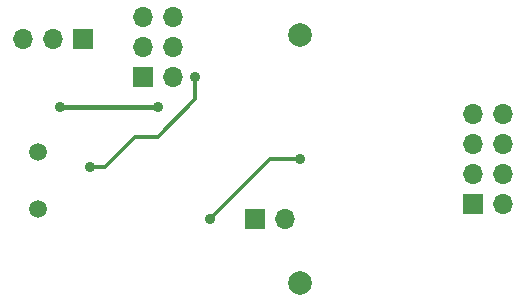
<source format=gbr>
G04 #@! TF.GenerationSoftware,KiCad,Pcbnew,(5.0.2)-1*
G04 #@! TF.CreationDate,2019-01-29T15:59:56+01:00*
G04 #@! TF.ProjectId,Kontrola,4b6f6e74-726f-46c6-912e-6b696361645f,rev?*
G04 #@! TF.SameCoordinates,Original*
G04 #@! TF.FileFunction,Copper,L2,Bot*
G04 #@! TF.FilePolarity,Positive*
%FSLAX46Y46*%
G04 Gerber Fmt 4.6, Leading zero omitted, Abs format (unit mm)*
G04 Created by KiCad (PCBNEW (5.0.2)-1) date 2019-01-29 15:59:56*
%MOMM*%
%LPD*%
G01*
G04 APERTURE LIST*
G04 #@! TA.AperFunction,ComponentPad*
%ADD10R,1.700000X1.700000*%
G04 #@! TD*
G04 #@! TA.AperFunction,ComponentPad*
%ADD11O,1.700000X1.700000*%
G04 #@! TD*
G04 #@! TA.AperFunction,ComponentPad*
%ADD12C,1.500000*%
G04 #@! TD*
G04 #@! TA.AperFunction,ComponentPad*
%ADD13C,2.000000*%
G04 #@! TD*
G04 #@! TA.AperFunction,ViaPad*
%ADD14C,0.900000*%
G04 #@! TD*
G04 #@! TA.AperFunction,Conductor*
%ADD15C,0.300000*%
G04 #@! TD*
G04 #@! TA.AperFunction,Conductor*
%ADD16C,0.450000*%
G04 #@! TD*
G04 APERTURE END LIST*
D10*
G04 #@! TO.P,J1,1*
G04 #@! TO.N,GND*
X177800000Y-70485000D03*
D11*
G04 #@! TO.P,J1,2*
G04 #@! TO.N,+3V3*
X180340000Y-70485000D03*
G04 #@! TD*
D10*
G04 #@! TO.P,J2,1*
G04 #@! TO.N,/GEN*
X163195000Y-55245000D03*
D11*
G04 #@! TO.P,J2,2*
G04 #@! TO.N,/czujnik*
X160655000Y-55245000D03*
G04 #@! TO.P,J2,3*
G04 #@! TO.N,Net-(J2-Pad3)*
X158115000Y-55245000D03*
G04 #@! TD*
G04 #@! TO.P,J3,8*
G04 #@! TO.N,/IRQ*
X198755000Y-61595000D03*
G04 #@! TO.P,J3,7*
G04 #@! TO.N,/MISO*
X196215000Y-61595000D03*
G04 #@! TO.P,J3,6*
G04 #@! TO.N,/MOSI*
X198755000Y-64135000D03*
G04 #@! TO.P,J3,5*
G04 #@! TO.N,/SCK*
X196215000Y-64135000D03*
G04 #@! TO.P,J3,4*
G04 #@! TO.N,/CSN*
X198755000Y-66675000D03*
G04 #@! TO.P,J3,3*
G04 #@! TO.N,/CE*
X196215000Y-66675000D03*
G04 #@! TO.P,J3,2*
G04 #@! TO.N,/VCC_R*
X198755000Y-69215000D03*
D10*
G04 #@! TO.P,J3,1*
G04 #@! TO.N,GND*
X196215000Y-69215000D03*
G04 #@! TD*
G04 #@! TO.P,J4,1*
G04 #@! TO.N,/MISO*
X168275000Y-58420000D03*
D11*
G04 #@! TO.P,J4,2*
G04 #@! TO.N,+3V3*
X170815000Y-58420000D03*
G04 #@! TO.P,J4,3*
G04 #@! TO.N,/SCK*
X168275000Y-55880000D03*
G04 #@! TO.P,J4,4*
G04 #@! TO.N,/MOSI*
X170815000Y-55880000D03*
G04 #@! TO.P,J4,5*
G04 #@! TO.N,/~RESET*
X168275000Y-53340000D03*
G04 #@! TO.P,J4,6*
G04 #@! TO.N,GND*
X170815000Y-53340000D03*
G04 #@! TD*
D12*
G04 #@! TO.P,Y1,1*
G04 #@! TO.N,Net-(C5-Pad2)*
X159385000Y-69650000D03*
G04 #@! TO.P,Y1,2*
G04 #@! TO.N,Net-(C6-Pad2)*
X159385000Y-64770000D03*
G04 #@! TD*
D13*
G04 #@! TO.P,U1,1*
G04 #@! TO.N,GND*
X181610000Y-54890000D03*
G04 #@! TO.P,U1,2*
G04 #@! TO.N,+3V3*
X181610000Y-75890000D03*
G04 #@! TD*
D14*
G04 #@! TO.N,+3V3*
X163830000Y-66040000D03*
X172720000Y-58420000D03*
G04 #@! TO.N,/MOSI*
X181610000Y-65389001D03*
X173990000Y-70485000D03*
G04 #@! TO.N,/pinHL*
X161290000Y-60960000D03*
X169545000Y-60960000D03*
G04 #@! TD*
D15*
G04 #@! TO.N,+3V3*
X165128622Y-66040000D02*
X163830000Y-66040000D01*
X167668622Y-63500000D02*
X165128622Y-66040000D01*
X169545000Y-63500000D02*
X167668622Y-63500000D01*
X172720000Y-58420000D02*
X172720000Y-60325000D01*
X172720000Y-60325000D02*
X169545000Y-63500000D01*
G04 #@! TO.N,/MOSI*
X181610000Y-65389001D02*
X179085999Y-65389001D01*
X179085999Y-65389001D02*
X173990000Y-70485000D01*
D16*
G04 #@! TO.N,/pinHL*
X161290000Y-60960000D02*
X169545000Y-60960000D01*
G04 #@! TD*
M02*

</source>
